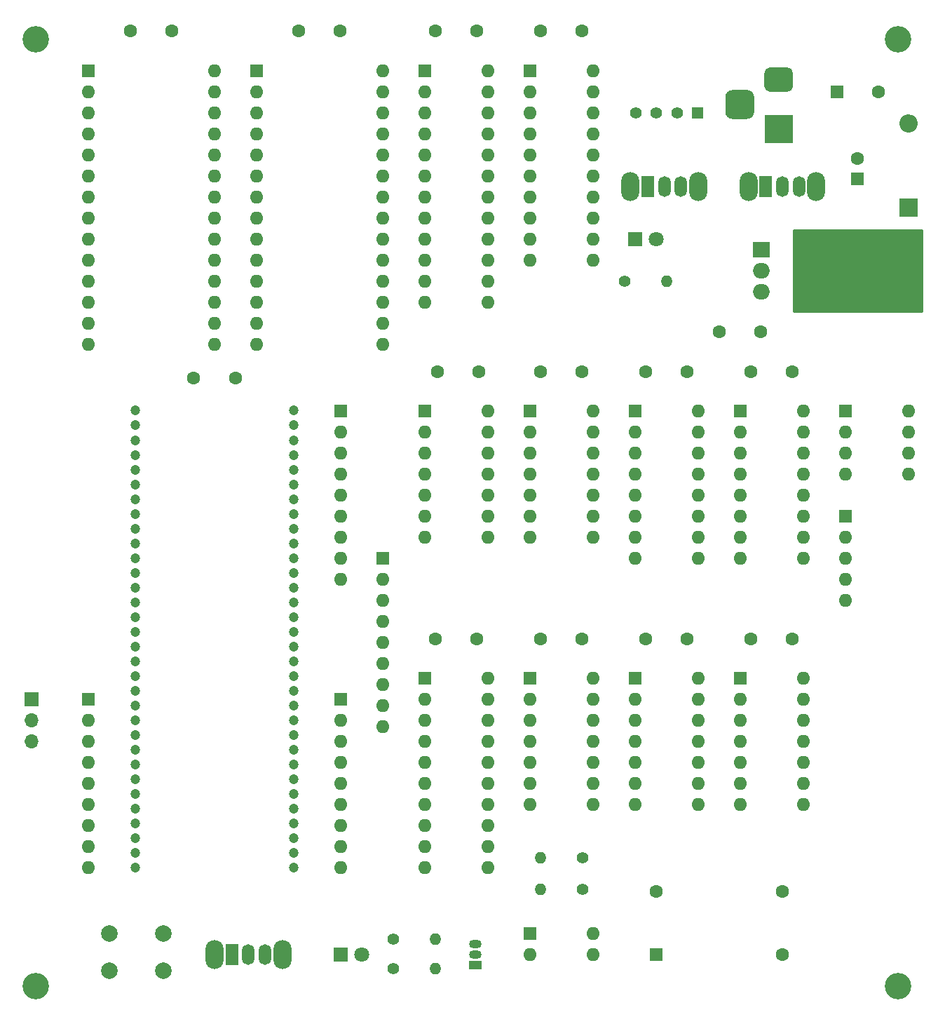
<source format=gbr>
%TF.GenerationSoftware,KiCad,Pcbnew,(5.1.10)-1*%
%TF.CreationDate,2025-11-05T14:38:28+01:00*%
%TF.ProjectId,tlcs90-rom-reader-pcb,746c6373-3930-42d7-926f-6d2d72656164,rev?*%
%TF.SameCoordinates,Original*%
%TF.FileFunction,Soldermask,Top*%
%TF.FilePolarity,Negative*%
%FSLAX46Y46*%
G04 Gerber Fmt 4.6, Leading zero omitted, Abs format (unit mm)*
G04 Created by KiCad (PCBNEW (5.1.10)-1) date 2025-11-05 14:38:28*
%MOMM*%
%LPD*%
G01*
G04 APERTURE LIST*
%ADD10O,1.700000X1.700000*%
%ADD11R,1.700000X1.700000*%
%ADD12C,1.600000*%
%ADD13R,1.600000X1.600000*%
%ADD14O,1.600000X1.600000*%
%ADD15O,3.500000X3.500000*%
%ADD16R,2.000000X1.905000*%
%ADD17O,2.000000X1.905000*%
%ADD18R,1.500000X2.500000*%
%ADD19O,1.500000X2.500000*%
%ADD20O,2.200000X3.500000*%
%ADD21R,3.500000X3.500000*%
%ADD22O,2.200000X2.200000*%
%ADD23R,2.200000X2.200000*%
%ADD24R,1.500000X1.050000*%
%ADD25O,1.500000X1.050000*%
%ADD26C,1.200000*%
%ADD27O,1.400000X1.400000*%
%ADD28C,1.400000*%
%ADD29C,3.200000*%
%ADD30C,1.800000*%
%ADD31R,1.800000X1.800000*%
%ADD32C,2.000000*%
%ADD33R,1.408000X1.408000*%
%ADD34C,1.408000*%
%ADD35C,0.254000*%
%ADD36C,0.100000*%
G04 APERTURE END LIST*
D10*
%TO.C,SW5*%
X82057240Y-121549160D03*
X82057240Y-119009160D03*
D11*
X82057240Y-116469160D03*
%TD*%
D12*
%TO.C,C30*%
X181762400Y-51163220D03*
D13*
X181762400Y-53663220D03*
%TD*%
D14*
%TO.C,RA5*%
X180340000Y-104495600D03*
X180340000Y-101955600D03*
X180340000Y-99415600D03*
X180340000Y-96875600D03*
D13*
X180340000Y-94335600D03*
%TD*%
D14*
%TO.C,DSW2*%
X187960000Y-81635600D03*
X180340000Y-89255600D03*
X187960000Y-84175600D03*
X180340000Y-86715600D03*
X187960000Y-86715600D03*
X180340000Y-84175600D03*
X187960000Y-89255600D03*
D13*
X180340000Y-81635600D03*
%TD*%
D15*
%TO.C,U15*%
X186834920Y-64770000D03*
D16*
X170174920Y-62230000D03*
D17*
X170174920Y-64770000D03*
X170174920Y-67310000D03*
%TD*%
D18*
%TO.C,SW2*%
X170720000Y-54610000D03*
D19*
X172720000Y-54610000D03*
X174720000Y-54610000D03*
D20*
X168620000Y-54610000D03*
X176820000Y-54610000D03*
%TD*%
D21*
%TO.C,J2*%
X172271420Y-47673520D03*
G36*
G01*
X171271420Y-40173520D02*
X173271420Y-40173520D01*
G75*
G02*
X174021420Y-40923520I0J-750000D01*
G01*
X174021420Y-42423520D01*
G75*
G02*
X173271420Y-43173520I-750000J0D01*
G01*
X171271420Y-43173520D01*
G75*
G02*
X170521420Y-42423520I0J750000D01*
G01*
X170521420Y-40923520D01*
G75*
G02*
X171271420Y-40173520I750000J0D01*
G01*
G37*
G36*
G01*
X166696420Y-42923520D02*
X168446420Y-42923520D01*
G75*
G02*
X169321420Y-43798520I0J-875000D01*
G01*
X169321420Y-45548520D01*
G75*
G02*
X168446420Y-46423520I-875000J0D01*
G01*
X166696420Y-46423520D01*
G75*
G02*
X165821420Y-45548520I0J875000D01*
G01*
X165821420Y-43798520D01*
G75*
G02*
X166696420Y-42923520I875000J0D01*
G01*
G37*
%TD*%
D22*
%TO.C,D3*%
X187960000Y-46949360D03*
D23*
X187960000Y-57109360D03*
%TD*%
D12*
%TO.C,C14*%
X165100000Y-72136000D03*
X170100000Y-72136000D03*
%TD*%
D14*
%TO.C,U8*%
X149860000Y-113919000D03*
X142240000Y-129159000D03*
X149860000Y-116459000D03*
X142240000Y-126619000D03*
X149860000Y-118999000D03*
X142240000Y-124079000D03*
X149860000Y-121539000D03*
X142240000Y-121539000D03*
X149860000Y-124079000D03*
X142240000Y-118999000D03*
X149860000Y-126619000D03*
X142240000Y-116459000D03*
X149860000Y-129159000D03*
D13*
X142240000Y-113919000D03*
%TD*%
D24*
%TO.C,Q1*%
X135636000Y-148590000D03*
D25*
X135636000Y-146050000D03*
X135636000Y-147320000D03*
%TD*%
D26*
%TO.C,U1*%
X113690400Y-81630000D03*
X113690400Y-83410000D03*
X113690400Y-85190000D03*
X113690400Y-86970000D03*
X113690400Y-88750000D03*
X113690400Y-90530000D03*
X113690400Y-92310000D03*
X113690400Y-94090000D03*
X113690400Y-95870000D03*
X113690400Y-97650000D03*
X113690400Y-99430000D03*
X113690400Y-101210000D03*
X113690400Y-102990000D03*
X113690400Y-104770000D03*
X113690400Y-106550000D03*
X113690400Y-108330000D03*
X113690400Y-110110000D03*
X113690400Y-111890000D03*
X113690400Y-113670000D03*
X113690400Y-115450000D03*
X113690400Y-117230000D03*
X113690400Y-119010000D03*
X113690400Y-120790000D03*
X113690400Y-122570000D03*
X113690400Y-124350000D03*
X113690400Y-126130000D03*
X113690400Y-127910000D03*
X113690400Y-129690000D03*
X113690400Y-131470000D03*
X113690400Y-133250000D03*
X113690400Y-135030000D03*
X113690400Y-136810000D03*
X94589600Y-136810000D03*
X94589600Y-135030000D03*
X94589600Y-133250000D03*
X94589600Y-131470000D03*
X94589600Y-129690000D03*
X94589600Y-127910000D03*
X94589600Y-126130000D03*
X94589600Y-124350000D03*
X94589600Y-122570000D03*
X94589600Y-120790000D03*
X94589600Y-119010000D03*
X94589600Y-117230000D03*
X94589600Y-115450000D03*
X94589600Y-113670000D03*
X94589600Y-111890000D03*
X94589600Y-110110000D03*
X94589600Y-108330000D03*
X94589600Y-106550000D03*
X94589600Y-104770000D03*
X94589600Y-102990000D03*
X94589600Y-101210000D03*
X94589600Y-99430000D03*
X94589600Y-97650000D03*
X94589600Y-95870000D03*
X94589600Y-94090000D03*
X94589600Y-92310000D03*
X94589600Y-90530000D03*
X94589600Y-88750000D03*
X94589600Y-86970000D03*
X94589600Y-85190000D03*
X94589600Y-83410000D03*
X94589600Y-81630000D03*
%TD*%
D12*
%TO.C,C7*%
X119300000Y-35814000D03*
X114300000Y-35814000D03*
%TD*%
%TO.C,C4*%
X168910000Y-109220000D03*
X173910000Y-109220000D03*
%TD*%
D27*
%TO.C,R1*%
X158750000Y-66040000D03*
D28*
X153670000Y-66040000D03*
%TD*%
D20*
%TO.C,SW4*%
X112340000Y-147320000D03*
X104140000Y-147320000D03*
D19*
X110240000Y-147320000D03*
X108240000Y-147320000D03*
D18*
X106240000Y-147320000D03*
%TD*%
D12*
%TO.C,C5*%
X101639360Y-77724000D03*
X106639360Y-77724000D03*
%TD*%
D27*
%TO.C,R5*%
X143510000Y-139446000D03*
D28*
X148590000Y-139446000D03*
%TD*%
D12*
%TO.C,C1*%
X130810000Y-109220000D03*
X135810000Y-109220000D03*
%TD*%
D20*
%TO.C,SW1*%
X162560000Y-54610000D03*
X154360000Y-54610000D03*
D19*
X160460000Y-54610000D03*
X158460000Y-54610000D03*
D18*
X156460000Y-54610000D03*
%TD*%
D29*
%TO.C,H1*%
X82550000Y-36830000D03*
%TD*%
D12*
%TO.C,C20*%
X184324000Y-43180000D03*
D13*
X179324000Y-43180000D03*
%TD*%
D12*
%TO.C,C8*%
X135810000Y-35763200D03*
X130810000Y-35763200D03*
%TD*%
D14*
%TO.C,U14*%
X137160000Y-113944400D03*
X129540000Y-136804400D03*
X137160000Y-116484400D03*
X129540000Y-134264400D03*
X137160000Y-119024400D03*
X129540000Y-131724400D03*
X137160000Y-121564400D03*
X129540000Y-129184400D03*
X137160000Y-124104400D03*
X129540000Y-126644400D03*
X137160000Y-126644400D03*
X129540000Y-124104400D03*
X137160000Y-129184400D03*
X129540000Y-121564400D03*
X137160000Y-131724400D03*
X129540000Y-119024400D03*
X137160000Y-134264400D03*
X129540000Y-116484400D03*
X137160000Y-136804400D03*
D13*
X129540000Y-113944400D03*
%TD*%
D12*
%TO.C,C10*%
X131064000Y-76962000D03*
X136064000Y-76962000D03*
%TD*%
D29*
%TO.C,H3*%
X82550000Y-151130000D03*
%TD*%
D14*
%TO.C,U9*%
X162560000Y-113919000D03*
X154940000Y-129159000D03*
X162560000Y-116459000D03*
X154940000Y-126619000D03*
X162560000Y-118999000D03*
X154940000Y-124079000D03*
X162560000Y-121539000D03*
X154940000Y-121539000D03*
X162560000Y-124079000D03*
X154940000Y-118999000D03*
X162560000Y-126619000D03*
X154940000Y-116459000D03*
X162560000Y-129159000D03*
D13*
X154940000Y-113919000D03*
%TD*%
D12*
%TO.C,C3*%
X156210000Y-109220000D03*
X161210000Y-109220000D03*
%TD*%
%TO.C,C9*%
X148510000Y-35814000D03*
X143510000Y-35814000D03*
%TD*%
D29*
%TO.C,H4*%
X186690000Y-151130000D03*
%TD*%
D12*
%TO.C,C13*%
X168910000Y-76962000D03*
X173910000Y-76962000D03*
%TD*%
%TO.C,C11*%
X143510000Y-76962000D03*
X148510000Y-76962000D03*
%TD*%
D27*
%TO.C,R4*%
X143510000Y-135636000D03*
D28*
X148590000Y-135636000D03*
%TD*%
D29*
%TO.C,H2*%
X186690000Y-36830000D03*
%TD*%
D14*
%TO.C,U5*%
X149860000Y-40640000D03*
X142240000Y-63500000D03*
X149860000Y-43180000D03*
X142240000Y-60960000D03*
X149860000Y-45720000D03*
X142240000Y-58420000D03*
X149860000Y-48260000D03*
X142240000Y-55880000D03*
X149860000Y-50800000D03*
X142240000Y-53340000D03*
X149860000Y-53340000D03*
X142240000Y-50800000D03*
X149860000Y-55880000D03*
X142240000Y-48260000D03*
X149860000Y-58420000D03*
X142240000Y-45720000D03*
X149860000Y-60960000D03*
X142240000Y-43180000D03*
X149860000Y-63500000D03*
D13*
X142240000Y-40640000D03*
%TD*%
D27*
%TO.C,R3*%
X130810000Y-145415000D03*
D28*
X125730000Y-145415000D03*
%TD*%
D13*
%TO.C,U10*%
X142240000Y-81635600D03*
D14*
X149860000Y-96875600D03*
X142240000Y-84175600D03*
X149860000Y-94335600D03*
X142240000Y-86715600D03*
X149860000Y-91795600D03*
X142240000Y-89255600D03*
X149860000Y-89255600D03*
X142240000Y-91795600D03*
X149860000Y-86715600D03*
X142240000Y-94335600D03*
X149860000Y-84175600D03*
X142240000Y-96875600D03*
X149860000Y-81635600D03*
%TD*%
D13*
%TO.C,U12*%
X167640000Y-113919000D03*
D14*
X175260000Y-129159000D03*
X167640000Y-116459000D03*
X175260000Y-126619000D03*
X167640000Y-118999000D03*
X175260000Y-124079000D03*
X167640000Y-121539000D03*
X175260000Y-121539000D03*
X167640000Y-124079000D03*
X175260000Y-118999000D03*
X167640000Y-126619000D03*
X175260000Y-116459000D03*
X167640000Y-129159000D03*
X175260000Y-113919000D03*
%TD*%
%TO.C,DSW1*%
X149860000Y-144780000D03*
X142240000Y-147320000D03*
X149860000Y-147320000D03*
D13*
X142240000Y-144780000D03*
%TD*%
D30*
%TO.C,D1*%
X157480000Y-60960000D03*
D31*
X154940000Y-60960000D03*
%TD*%
D14*
%TO.C,U6*%
X162560000Y-81635600D03*
X154940000Y-99415600D03*
X162560000Y-84175600D03*
X154940000Y-96875600D03*
X162560000Y-86715600D03*
X154940000Y-94335600D03*
X162560000Y-89255600D03*
X154940000Y-91795600D03*
X162560000Y-91795600D03*
X154940000Y-89255600D03*
X162560000Y-94335600D03*
X154940000Y-86715600D03*
X162560000Y-96875600D03*
X154940000Y-84175600D03*
X162560000Y-99415600D03*
D13*
X154940000Y-81635600D03*
%TD*%
D12*
%TO.C,C12*%
X156210000Y-76962000D03*
X161210000Y-76962000D03*
%TD*%
%TO.C,C6*%
X99005400Y-35826700D03*
X94005400Y-35826700D03*
%TD*%
%TO.C,C2*%
X143510000Y-109220000D03*
X148510000Y-109220000D03*
%TD*%
D13*
%TO.C,U3*%
X109220000Y-40640000D03*
D14*
X124460000Y-73660000D03*
X109220000Y-43180000D03*
X124460000Y-71120000D03*
X109220000Y-45720000D03*
X124460000Y-68580000D03*
X109220000Y-48260000D03*
X124460000Y-66040000D03*
X109220000Y-50800000D03*
X124460000Y-63500000D03*
X109220000Y-53340000D03*
X124460000Y-60960000D03*
X109220000Y-55880000D03*
X124460000Y-58420000D03*
X109220000Y-58420000D03*
X124460000Y-55880000D03*
X109220000Y-60960000D03*
X124460000Y-53340000D03*
X109220000Y-63500000D03*
X124460000Y-50800000D03*
X109220000Y-66040000D03*
X124460000Y-48260000D03*
X109220000Y-68580000D03*
X124460000Y-45720000D03*
X109220000Y-71120000D03*
X124460000Y-43180000D03*
X109220000Y-73660000D03*
X124460000Y-40640000D03*
%TD*%
%TO.C,U4*%
X137162540Y-40637460D03*
X129542540Y-68577460D03*
X137162540Y-43177460D03*
X129542540Y-66037460D03*
X137162540Y-45717460D03*
X129542540Y-63497460D03*
X137162540Y-48257460D03*
X129542540Y-60957460D03*
X137162540Y-50797460D03*
X129542540Y-58417460D03*
X137162540Y-53337460D03*
X129542540Y-55877460D03*
X137162540Y-55877460D03*
X129542540Y-53337460D03*
X137162540Y-58417460D03*
X129542540Y-50797460D03*
X137162540Y-60957460D03*
X129542540Y-48257460D03*
X137162540Y-63497460D03*
X129542540Y-45717460D03*
X137162540Y-66037460D03*
X129542540Y-43177460D03*
X137162540Y-68577460D03*
D13*
X129542540Y-40637460D03*
%TD*%
D14*
%TO.C,U2*%
X104140000Y-40640000D03*
X88900000Y-73660000D03*
X104140000Y-43180000D03*
X88900000Y-71120000D03*
X104140000Y-45720000D03*
X88900000Y-68580000D03*
X104140000Y-48260000D03*
X88900000Y-66040000D03*
X104140000Y-50800000D03*
X88900000Y-63500000D03*
X104140000Y-53340000D03*
X88900000Y-60960000D03*
X104140000Y-55880000D03*
X88900000Y-58420000D03*
X104140000Y-58420000D03*
X88900000Y-55880000D03*
X104140000Y-60960000D03*
X88900000Y-53340000D03*
X104140000Y-63500000D03*
X88900000Y-50800000D03*
X104140000Y-66040000D03*
X88900000Y-48260000D03*
X104140000Y-68580000D03*
X88900000Y-45720000D03*
X104140000Y-71120000D03*
X88900000Y-43180000D03*
X104140000Y-73660000D03*
D13*
X88900000Y-40640000D03*
%TD*%
D32*
%TO.C,SW3*%
X97937460Y-144780000D03*
X97937460Y-149280000D03*
X91437460Y-144780000D03*
X91437460Y-149280000D03*
%TD*%
D14*
%TO.C,RA4*%
X88874600Y-136804400D03*
X88874600Y-134264400D03*
X88874600Y-131724400D03*
X88874600Y-129184400D03*
X88874600Y-126644400D03*
X88874600Y-124104400D03*
X88874600Y-121564400D03*
X88874600Y-119024400D03*
D13*
X88874600Y-116484400D03*
%TD*%
D14*
%TO.C,U7*%
X175260000Y-81635600D03*
X167640000Y-99415600D03*
X175260000Y-84175600D03*
X167640000Y-96875600D03*
X175260000Y-86715600D03*
X167640000Y-94335600D03*
X175260000Y-89255600D03*
X167640000Y-91795600D03*
X175260000Y-91795600D03*
X167640000Y-89255600D03*
X175260000Y-94335600D03*
X167640000Y-86715600D03*
X175260000Y-96875600D03*
X167640000Y-84175600D03*
X175260000Y-99415600D03*
D13*
X167640000Y-81635600D03*
%TD*%
D14*
%TO.C,RA3*%
X119380000Y-101955600D03*
X119380000Y-99415600D03*
X119380000Y-96875600D03*
X119380000Y-94335600D03*
X119380000Y-91795600D03*
X119380000Y-89255600D03*
X119380000Y-86715600D03*
X119380000Y-84175600D03*
D13*
X119380000Y-81635600D03*
%TD*%
D14*
%TO.C,RA2*%
X124460000Y-119735600D03*
X124460000Y-117195600D03*
X124460000Y-114655600D03*
X124460000Y-112115600D03*
X124460000Y-109575600D03*
X124460000Y-107035600D03*
X124460000Y-104495600D03*
X124460000Y-101955600D03*
D13*
X124460000Y-99415600D03*
%TD*%
D12*
%TO.C,X1*%
X172720000Y-147320000D03*
X172720000Y-139700000D03*
X157480000Y-139700000D03*
D13*
X157480000Y-147320000D03*
%TD*%
D14*
%TO.C,RA1*%
X119380000Y-136804400D03*
X119380000Y-134264400D03*
X119380000Y-131724400D03*
X119380000Y-129184400D03*
X119380000Y-126644400D03*
X119380000Y-124104400D03*
X119380000Y-121564400D03*
X119380000Y-119024400D03*
D13*
X119380000Y-116484400D03*
%TD*%
D27*
%TO.C,R2*%
X130810000Y-148971000D03*
D28*
X125730000Y-148971000D03*
%TD*%
D14*
%TO.C,U11*%
X137160000Y-81635600D03*
X129540000Y-96875600D03*
X137160000Y-84175600D03*
X129540000Y-94335600D03*
X137160000Y-86715600D03*
X129540000Y-91795600D03*
X137160000Y-89255600D03*
X129540000Y-89255600D03*
X137160000Y-91795600D03*
X129540000Y-86715600D03*
X137160000Y-94335600D03*
X129540000Y-84175600D03*
X137160000Y-96875600D03*
D13*
X129540000Y-81635600D03*
%TD*%
D33*
%TO.C,J1*%
X162495880Y-45720000D03*
D34*
X159995880Y-45720000D03*
X157495880Y-45720000D03*
X154995880Y-45720000D03*
%TD*%
D30*
%TO.C,D2*%
X121920000Y-147320000D03*
D31*
X119380000Y-147320000D03*
%TD*%
D35*
X189557660Y-69692520D02*
X174061120Y-69692520D01*
X174061120Y-59847480D01*
X189557660Y-59847480D01*
X189557660Y-69692520D01*
D36*
G36*
X189557660Y-69692520D02*
G01*
X174061120Y-69692520D01*
X174061120Y-59847480D01*
X189557660Y-59847480D01*
X189557660Y-69692520D01*
G37*
M02*

</source>
